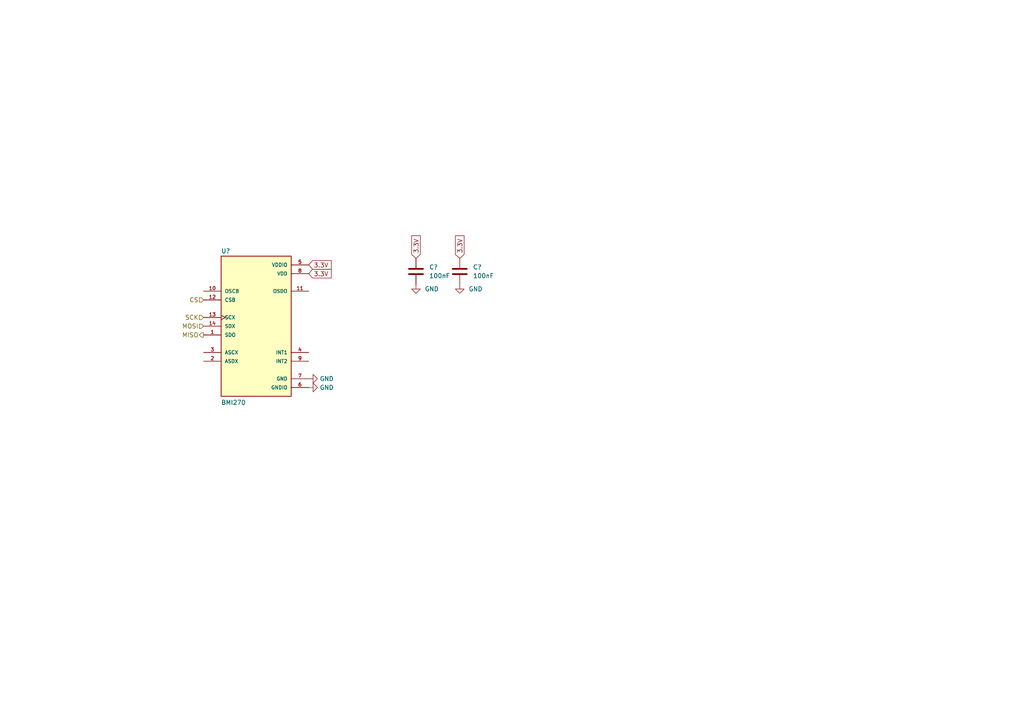
<source format=kicad_sch>
(kicad_sch (version 20211123) (generator eeschema)
  (paper "A4")
  (lib_symbols
    (symbol "Device:C" (pin_numbers hide) (pin_names (offset 0.254))
      (property "Reference" "C" (at 0.635 2.54 0))
      (property "Value" "C" (at 0.635 -2.54 0))
      (symbol "C_0_1"
        (polyline (pts (xy -2.032 -0.762) (xy 2.032 -0.762)) (stroke (width 0.508)))
        (polyline (pts (xy -2.032 0.762) (xy 2.032 0.762)) (stroke (width 0.508)))
      )
      (symbol "C_1_1"
        (pin passive line (at 0 3.81 270) (length 2.794) (name "~") (number "1"))
        (pin passive line (at 0 -3.81 90) (length 2.794) (name "~") (number "2"))
      )
    )
    (symbol "lib:BMI270" (pin_names (offset 1.016))
      (property "Reference" "U" (at -10.16 21.082 0))
      (property "Value" "BMI270" (at -10.16 -22.86 0))
      (symbol "BMI270_0_0"
        (rectangle (start -10.16 -20.32) (end 10.16 20.32) (stroke (width 0.254)) (fill (type background)))
        (pin bidirectional line (at -15.24 -2.54 0) (length 5.08) (name "SDO") (number "1"))
        (pin input line (at -15.24 10.16 0) (length 5.08) (name "OSCB") (number "10"))
        (pin output line (at 15.24 10.16 180) (length 5.08) (name "OSDO") (number "11"))
        (pin input line (at -15.24 7.62 0) (length 5.08) (name "CSB") (number "12"))
        (pin input clock (at -15.24 2.54 0) (length 5.08) (name "SCX") (number "13"))
        (pin bidirectional line (at -15.24 0 0) (length 5.08) (name "SDX") (number "14"))
        (pin bidirectional line (at -15.24 -10.16 0) (length 5.08) (name "ASDX") (number "2"))
        (pin bidirectional line (at -15.24 -7.62 0) (length 5.08) (name "ASCX") (number "3"))
        (pin bidirectional line (at 15.24 -7.62 180) (length 5.08) (name "INT1") (number "4"))
        (pin power_in line (at 15.24 17.78 180) (length 5.08) (name "VDDIO") (number "5"))
        (pin power_in line (at 15.24 -17.78 180) (length 5.08) (name "GNDIO") (number "6"))
        (pin power_in line (at 15.24 -15.24 180) (length 5.08) (name "GND") (number "7"))
        (pin power_in line (at 15.24 15.24 180) (length 5.08) (name "VDD") (number "8"))
        (pin bidirectional line (at 15.24 -10.16 180) (length 5.08) (name "INT2") (number "9"))
      )
    )
    (symbol "power:GND" (power) (pin_names (offset 0))
      (property "Value" "GND" (at 0 -3.81 0))
      (symbol "GND_0_1"
        (polyline (pts (xy 0 0) (xy 0 -1.27) (xy 1.27 -1.27) (xy 0 -2.54) (xy -1.27 -1.27) (xy 0 -1.27)))
      )
      (symbol "GND_1_1"
        (pin power_in line (at 0 0 270) (length 0) hide (name "GND") (number "1"))
      )
    )
  )
  (global_label "3.3V" (shape input) (at 133.35 74.93 90) (property "Intersheet References" "${INTERSHEET_REFS}" (effects hide)))
  (global_label "3.3V" (shape input) (at 89.535 76.835 0) (property "Intersheet References" "${INTERSHEET_REFS}" (effects hide)))
  (global_label "3.3V" (shape input) (at 89.535 79.375 0) (property "Intersheet References" "${INTERSHEET_REFS}" (effects hide)))
  (global_label "3.3V" (shape input) (at 120.65 74.93 90) (property "Intersheet References" "${INTERSHEET_REFS}" (effects hide)))
  (hierarchical_label "SCK" (shape input) (at 59.055 92.075 180))
  (hierarchical_label "CS" (shape input) (at 59.055 86.995 180))
  (hierarchical_label "MISO" (shape output) (at 59.055 97.155 180))
  (hierarchical_label "MOSI" (shape input) (at 59.055 94.615 180))
  (symbol (lib_id "Device:C") (at 120.65 78.74 0) (unit 1)
    (property "Reference" "C?" (at 124.46 77.4699 0) (effects (justify left)))
    (property "Value" "100nF" (at 124.46 80.0099 0) (effects (justify left)))
    (property "Footprint" "lib:XDCR_BMI270" (effects hide))
    (property "DIGIKEY" "1276-1935-1-ND" (effects hide))
  )
  (symbol (lib_id "power:GND") (at 133.35 82.55 0) (unit 1)
    (property "Reference" "#PWR?" (effects hide))
    (property "Value" "GND" (at 135.89 83.8199 0) (effects (justify left)))
  )
  (symbol (lib_id "power:GND") (at 89.535 112.395 90) (unit 1)
    (property "Reference" "#PWR?" (effects hide))
    (property "Value" "GND" (at 92.71 112.3949 90) (effects (justify right)))
  )
  (symbol (lib_id "power:GND") (at 89.535 109.855 90) (unit 1)
    (property "Reference" "#PWR?" (effects hide))
    (property "Value" "GND" (at 92.71 109.8549 90) (effects (justify right)))
  )
  (symbol (lib_id "Device:C") (at 133.35 78.74 0) (unit 1)
    (property "Reference" "C?" (at 137.16 77.4699 0) (effects (justify left)))
    (property "Value" "100nF" (at 137.16 80.0099 0) (effects (justify left)))
    (property "Footprint" "lib:XDCR_BMI270" (effects hide))
    (property "DIGIKEY" "1276-1935-1-ND" (effects hide))
  )
  (symbol (lib_id "lib:BMI270") (at 74.295 94.615 0) (unit 1)
    (property "Reference" "U?" (at 64.135 73.533 0) (effects (justify left bottom)))
    (property "Value" "BMI270" (at 64.135 117.475 0) (effects (justify left bottom)))
    (property "Footprint" "XDCR_BMI270" (effects hide))
    (property "Datasheet" "https://www.bosch-sensortec.com/media/boschsensortec/downloads/datasheets/bst-bmi270-ds000.pdf" (effects hide))
    (property "STANDARD" "Manufacturer Recommendations" (effects hide))
    (property "MAXIMUM_PACKAGE_HEIGHT" "0.87mm" (effects hide))
    (property "PATREV" "1.0" (effects hide))
    (property "MANUFACTURER" "Bosch Sensortec" (effects hide))
    (property "DIGIKEY" "828-1091-1-ND" (effects hide))
  )
  (symbol (lib_id "power:GND") (at 120.65 82.55 0) (unit 1)
    (property "Reference" "#PWR?" (effects hide))
    (property "Value" "GND" (at 123.19 83.8199 0) (effects (justify left)))
  )
)
</source>
